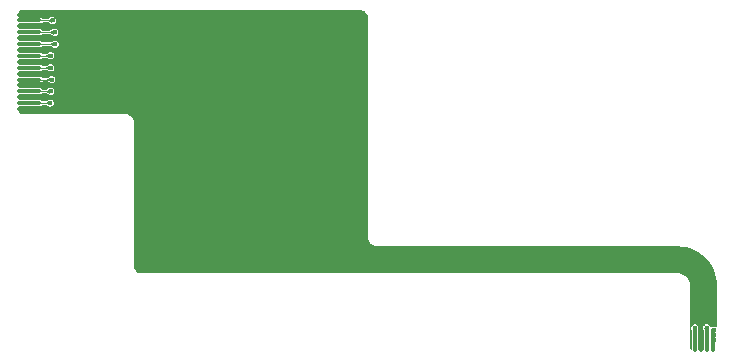
<source format=gbr>
%TF.GenerationSoftware,KiCad,Pcbnew,9.0.2*%
%TF.CreationDate,2025-05-21T10:17:49+02:00*%
%TF.ProjectId,Card_Adapter_Flex_AddOn_2Layers.kicad_pro,43617264-5f41-4646-9170-7465725f466c,0*%
%TF.SameCoordinates,Original*%
%TF.FileFunction,Copper,L2,Bot*%
%TF.FilePolarity,Positive*%
%FSLAX46Y46*%
G04 Gerber Fmt 4.6, Leading zero omitted, Abs format (unit mm)*
G04 Created by KiCad (PCBNEW 9.0.2) date 2025-05-21 10:17:49*
%MOMM*%
%LPD*%
G01*
G04 APERTURE LIST*
G04 Aperture macros list*
%AMRoundRect*
0 Rectangle with rounded corners*
0 $1 Rounding radius*
0 $2 $3 $4 $5 $6 $7 $8 $9 X,Y pos of 4 corners*
0 Add a 4 corners polygon primitive as box body*
4,1,4,$2,$3,$4,$5,$6,$7,$8,$9,$2,$3,0*
0 Add four circle primitives for the rounded corners*
1,1,$1+$1,$2,$3*
1,1,$1+$1,$4,$5*
1,1,$1+$1,$6,$7*
1,1,$1+$1,$8,$9*
0 Add four rect primitives between the rounded corners*
20,1,$1+$1,$2,$3,$4,$5,0*
20,1,$1+$1,$4,$5,$6,$7,0*
20,1,$1+$1,$6,$7,$8,$9,0*
20,1,$1+$1,$8,$9,$2,$3,0*%
G04 Aperture macros list end*
%TA.AperFunction,SMDPad,CuDef*%
%ADD10RoundRect,0.045000X-0.105000X-0.955000X0.105000X-0.955000X0.105000X0.955000X-0.105000X0.955000X0*%
%TD*%
%TA.AperFunction,SMDPad,CuDef*%
%ADD11RoundRect,0.045000X-0.955000X0.105000X-0.955000X-0.105000X0.955000X-0.105000X0.955000X0.105000X0*%
%TD*%
%TA.AperFunction,ViaPad*%
%ADD12C,0.400000*%
%TD*%
%TA.AperFunction,Conductor*%
%ADD13C,0.300000*%
%TD*%
%TA.AperFunction,Conductor*%
%ADD14C,0.200000*%
%TD*%
%TA.AperFunction,Conductor*%
%ADD15C,0.100000*%
%TD*%
G04 APERTURE END LIST*
D10*
%TO.P,J2,1,Pin_1*%
%TO.N,+3V3*%
X121950000Y-80470000D03*
%TO.P,J2,2,Pin_2*%
%TO.N,Heim_time_in*%
X121450000Y-80470000D03*
%TO.P,J2,3,Pin_3*%
%TO.N,GND*%
X120950000Y-80470000D03*
%TO.P,J2,4,Pin_4*%
%TO.N,Master_trigger_in*%
X120450000Y-80470000D03*
%TD*%
D11*
%TO.P,J1,1,Pin_1*%
%TO.N,GND*%
X64100000Y-60950000D03*
%TO.P,J1,2,Pin_2*%
%TO.N,Master_trigger_out_1*%
X64100000Y-60450000D03*
%TO.P,J1,3,Pin_3*%
%TO.N,GND*%
X64100000Y-59950000D03*
%TO.P,J1,4,Pin_4*%
%TO.N,Master_trigger_out_2*%
X64100000Y-59450000D03*
%TO.P,J1,5,Pin_5*%
%TO.N,GND*%
X64100000Y-58950000D03*
%TO.P,J1,6,Pin_6*%
%TO.N,Master_trigger_out_3*%
X64100000Y-58450000D03*
%TO.P,J1,7,Pin_7*%
%TO.N,GND*%
X64100000Y-57950000D03*
%TO.P,J1,8,Pin_8*%
%TO.N,Master_trigger_out_4*%
X64100000Y-57450000D03*
%TO.P,J1,9,Pin_9*%
%TO.N,GND*%
X64100000Y-56950000D03*
%TO.P,J1,10,Pin_10*%
%TO.N,Heim_time_out_1*%
X64100000Y-56450000D03*
%TO.P,J1,11,Pin_11*%
%TO.N,GND*%
X64100000Y-55950000D03*
%TO.P,J1,12,Pin_12*%
%TO.N,Heim_time_out_2*%
X64100000Y-55450000D03*
%TO.P,J1,13,Pin_13*%
%TO.N,GND*%
X64100000Y-54950000D03*
%TO.P,J1,14,Pin_14*%
%TO.N,Heim_time_out_3*%
X64100000Y-54450000D03*
%TO.P,J1,15,Pin_15*%
%TO.N,GND*%
X64100000Y-53950000D03*
%TO.P,J1,16,Pin_16*%
%TO.N,Heim_time_out_4*%
X64100000Y-53450000D03*
%TO.P,J1,17,Pin_17*%
%TO.N,GND*%
X64100000Y-52950000D03*
%TD*%
D12*
%TO.N,Master_trigger_in*%
X120450000Y-79460000D03*
%TO.N,GND*%
X65100000Y-54950000D03*
X88060000Y-61010000D03*
X79885000Y-70880002D03*
X81215000Y-66660000D03*
X84630000Y-60130000D03*
X90810000Y-58740000D03*
X89720002Y-58000000D03*
X82335000Y-68880000D03*
X79145000Y-71970000D03*
X65100000Y-60950000D03*
X80324750Y-67333142D03*
X89470000Y-61470000D03*
X85500000Y-56670000D03*
X65100000Y-56950000D03*
X76415000Y-70630000D03*
X80935000Y-65780000D03*
X87720000Y-55550000D03*
X65100000Y-55950000D03*
X86173142Y-57560250D03*
X65100000Y-57950000D03*
X84620000Y-56950000D03*
X65100000Y-53950000D03*
X65100000Y-52950000D03*
X65100000Y-58950000D03*
X65100000Y-59950000D03*
X76875000Y-69220000D03*
X77755000Y-65790000D03*
X86160000Y-60770000D03*
X77115000Y-67320000D03*
%TO.N,Heim_time_in*%
X121450000Y-79470000D03*
%TO.N,+3V3*%
X122090000Y-80510000D03*
X122090000Y-79670000D03*
X122090000Y-80090000D03*
%TO.N,Heim_time_out_1*%
X65910797Y-56426770D03*
%TO.N,Heim_time_out_2*%
X66280000Y-55460000D03*
%TO.N,Heim_time_out_3*%
X66250000Y-54450000D03*
%TO.N,Heim_time_out_4*%
X66070000Y-53450000D03*
%TO.N,Master_trigger_out_1*%
X65890507Y-60440768D03*
%TO.N,Master_trigger_out_2*%
X65920000Y-59450000D03*
%TO.N,Master_trigger_out_3*%
X66010000Y-58450000D03*
%TO.N,Master_trigger_out_4*%
X65913783Y-57451412D03*
%TD*%
D13*
%TO.N,GND*%
X65100000Y-59950000D02*
X64100000Y-59950000D01*
X65100000Y-55950000D02*
X64100000Y-55950000D01*
X65100000Y-58950000D02*
X64100000Y-58950000D01*
X65100000Y-56950000D02*
X64100000Y-56950000D01*
X65100000Y-54950000D02*
X64100000Y-54950000D01*
X65100000Y-57950000D02*
X64100000Y-57950000D01*
X65100000Y-60950000D02*
X64100000Y-60950000D01*
X64100000Y-53950000D02*
X65100000Y-53950000D01*
X65100000Y-52950000D02*
X64100000Y-52950000D01*
D14*
%TO.N,Heim_time_in*%
X121450000Y-80470000D02*
X121450000Y-79470000D01*
D15*
%TO.N,Heim_time_out_1*%
X65910797Y-56426770D02*
X65887567Y-56450000D01*
X65887567Y-56450000D02*
X64100000Y-56450000D01*
%TO.N,Heim_time_out_2*%
X66270000Y-55450000D02*
X64100000Y-55450000D01*
X66280000Y-55460000D02*
X66270000Y-55450000D01*
%TO.N,Heim_time_out_3*%
X66250000Y-54450000D02*
X64100000Y-54450000D01*
%TO.N,Heim_time_out_4*%
X66070000Y-53450000D02*
X64100000Y-53450000D01*
%TO.N,Master_trigger_out_1*%
X65890507Y-60440768D02*
X65881275Y-60450000D01*
X65881275Y-60450000D02*
X64100000Y-60450000D01*
%TO.N,Master_trigger_out_2*%
X65920000Y-59450000D02*
X64100000Y-59450000D01*
%TO.N,Master_trigger_out_3*%
X66010000Y-58450000D02*
X64100000Y-58450000D01*
%TO.N,Master_trigger_out_4*%
X65708588Y-57451412D02*
X65707176Y-57450000D01*
X65707176Y-57450000D02*
X64100000Y-57450000D01*
X65913783Y-57451412D02*
X65708588Y-57451412D01*
D14*
%TO.N,Master_trigger_in*%
X120450000Y-80470000D02*
X120450000Y-79460000D01*
%TD*%
%TA.AperFunction,Conductor*%
%TO.N,GND*%
G36*
X92112733Y-52550807D02*
G01*
X92249048Y-52566166D01*
X92259732Y-52568605D01*
X92386596Y-52612997D01*
X92396478Y-52617756D01*
X92510283Y-52689263D01*
X92518862Y-52696105D01*
X92613894Y-52791137D01*
X92620736Y-52799716D01*
X92692242Y-52913519D01*
X92697002Y-52923404D01*
X92741392Y-53050260D01*
X92743834Y-53060958D01*
X92759192Y-53197266D01*
X92759500Y-53202752D01*
X92759500Y-71693071D01*
X92759500Y-71720000D01*
X92759500Y-71803767D01*
X92771586Y-71864527D01*
X92792183Y-71968079D01*
X92792185Y-71968085D01*
X92856296Y-72122862D01*
X92949371Y-72262159D01*
X93067840Y-72380628D01*
X93204214Y-72471750D01*
X93207137Y-72473703D01*
X93361918Y-72537816D01*
X93526233Y-72570500D01*
X93590009Y-72570500D01*
X118973071Y-72570500D01*
X118998714Y-72570500D01*
X119001278Y-72570567D01*
X119347561Y-72588715D01*
X119352643Y-72589249D01*
X119693871Y-72643294D01*
X119698883Y-72644360D01*
X120032574Y-72733772D01*
X120037446Y-72735355D01*
X120359968Y-72859159D01*
X120364644Y-72861241D01*
X120672462Y-73018082D01*
X120676900Y-73020644D01*
X120966638Y-73208802D01*
X120970775Y-73211808D01*
X121062494Y-73286080D01*
X121239260Y-73429222D01*
X121243071Y-73432654D01*
X121487345Y-73676928D01*
X121490777Y-73680739D01*
X121708186Y-73949217D01*
X121711201Y-73953367D01*
X121899353Y-74243096D01*
X121901917Y-74247537D01*
X122058756Y-74555350D01*
X122060842Y-74560036D01*
X122184643Y-74882550D01*
X122186228Y-74887428D01*
X122275638Y-75221113D01*
X122276705Y-75226130D01*
X122330749Y-75567346D01*
X122331285Y-75572446D01*
X122349433Y-75918720D01*
X122349500Y-75921285D01*
X122349500Y-79387965D01*
X122335148Y-79422613D01*
X122300500Y-79436965D01*
X122276000Y-79430400D01*
X122274511Y-79429540D01*
X122235980Y-79407294D01*
X122205990Y-79389979D01*
X122129564Y-79369500D01*
X122129562Y-79369500D01*
X122069332Y-79369500D01*
X121830668Y-79369500D01*
X121830664Y-79369500D01*
X121783496Y-79378883D01*
X121782992Y-79376350D01*
X121754531Y-79376306D01*
X121730919Y-79355565D01*
X121690459Y-79285488D01*
X121634511Y-79229540D01*
X121565990Y-79189979D01*
X121489564Y-79169500D01*
X121489562Y-79169500D01*
X121410438Y-79169500D01*
X121410436Y-79169500D01*
X121334010Y-79189979D01*
X121334008Y-79189979D01*
X121265488Y-79229540D01*
X121265488Y-79229541D01*
X121209541Y-79285488D01*
X121209540Y-79285488D01*
X121169979Y-79354008D01*
X121169979Y-79354010D01*
X121149500Y-79430436D01*
X121149500Y-79430438D01*
X121149500Y-79509562D01*
X121152834Y-79522008D01*
X121153243Y-79523532D01*
X121154648Y-79531137D01*
X121156878Y-79552547D01*
X121193551Y-79671032D01*
X121195741Y-79677386D01*
X121196294Y-79678837D01*
X121199500Y-79696269D01*
X121199500Y-81320500D01*
X121185148Y-81355148D01*
X121150500Y-81369500D01*
X120749500Y-81369500D01*
X120714852Y-81355148D01*
X120700500Y-81320500D01*
X120700500Y-79684613D01*
X120704395Y-79665468D01*
X120706278Y-79661032D01*
X120717311Y-79635039D01*
X120719868Y-79628400D01*
X120720386Y-79626907D01*
X120722499Y-79620079D01*
X120744656Y-79538817D01*
X120745502Y-79535506D01*
X120745678Y-79534767D01*
X120745947Y-79522002D01*
X120747607Y-79510356D01*
X120750500Y-79499562D01*
X120750500Y-79420436D01*
X120738686Y-79376350D01*
X120730021Y-79344011D01*
X120730020Y-79344009D01*
X120730020Y-79344008D01*
X120690459Y-79275488D01*
X120634511Y-79219540D01*
X120565990Y-79179979D01*
X120489564Y-79159500D01*
X120489562Y-79159500D01*
X120410438Y-79159500D01*
X120410436Y-79159500D01*
X120334010Y-79179979D01*
X120334008Y-79179979D01*
X120265488Y-79219540D01*
X120265488Y-79219541D01*
X120209541Y-79275488D01*
X120209540Y-79275488D01*
X120169979Y-79344008D01*
X120169979Y-79344010D01*
X120149500Y-79420436D01*
X120149500Y-79499561D01*
X120153243Y-79513532D01*
X120154648Y-79521137D01*
X120156878Y-79542547D01*
X120193551Y-79661032D01*
X120195741Y-79667386D01*
X120196294Y-79668837D01*
X120199500Y-79686269D01*
X120199500Y-81279866D01*
X120185148Y-81314514D01*
X120150500Y-81328866D01*
X120115852Y-81314514D01*
X120094089Y-81292751D01*
X120085078Y-81280349D01*
X120084832Y-81279867D01*
X120063788Y-81238565D01*
X120059050Y-81223984D01*
X120051103Y-81173807D01*
X120050500Y-81166142D01*
X120050500Y-75828099D01*
X120050500Y-75828093D01*
X120018581Y-75647072D01*
X119955713Y-75474344D01*
X119955711Y-75474340D01*
X119955709Y-75474336D01*
X119863809Y-75315160D01*
X119863806Y-75315156D01*
X119745653Y-75174347D01*
X119604844Y-75056194D01*
X119604843Y-75056193D01*
X119604839Y-75056190D01*
X119445663Y-74964290D01*
X119445654Y-74964286D01*
X119272932Y-74901420D01*
X119272929Y-74901419D01*
X119272928Y-74901419D01*
X119091907Y-74869500D01*
X73612752Y-74869500D01*
X73607266Y-74869192D01*
X73470958Y-74853834D01*
X73460260Y-74851392D01*
X73333404Y-74807002D01*
X73323519Y-74802242D01*
X73209716Y-74730736D01*
X73201137Y-74723894D01*
X73106105Y-74628862D01*
X73099263Y-74620283D01*
X73027757Y-74506480D01*
X73022997Y-74496595D01*
X73013020Y-74468082D01*
X72978605Y-74369732D01*
X72976166Y-74359048D01*
X72960808Y-74222733D01*
X72960500Y-74217247D01*
X72960500Y-62116236D01*
X72960500Y-62116233D01*
X72927816Y-61951918D01*
X72863703Y-61797137D01*
X72862304Y-61795043D01*
X72770628Y-61657840D01*
X72652159Y-61539371D01*
X72512862Y-61446296D01*
X72358085Y-61382185D01*
X72358079Y-61382183D01*
X72291816Y-61369002D01*
X72193767Y-61349500D01*
X72193764Y-61349500D01*
X63403858Y-61349500D01*
X63396193Y-61348897D01*
X63388950Y-61347749D01*
X63346014Y-61340949D01*
X63331434Y-61336211D01*
X63289650Y-61314921D01*
X63277248Y-61305910D01*
X63244089Y-61272751D01*
X63235078Y-61260349D01*
X63213788Y-61218565D01*
X63209050Y-61203984D01*
X63201103Y-61153807D01*
X63200500Y-61146142D01*
X63200500Y-60749500D01*
X63214852Y-60714852D01*
X63249500Y-60700500D01*
X65069332Y-60700500D01*
X65111771Y-60692058D01*
X65159900Y-60659900D01*
X65185038Y-60622276D01*
X65216220Y-60601442D01*
X65225780Y-60600500D01*
X65470969Y-60600500D01*
X65477351Y-60600917D01*
X65480701Y-60601357D01*
X65497615Y-60606009D01*
X65538652Y-60608969D01*
X65540066Y-60609155D01*
X65540497Y-60609404D01*
X65545944Y-60610297D01*
X65551420Y-60611712D01*
X65560510Y-60614061D01*
X65572777Y-60619083D01*
X65583493Y-60625280D01*
X65629775Y-60652044D01*
X65631385Y-60653017D01*
X65693152Y-60691987D01*
X65701602Y-60696628D01*
X65704351Y-60698138D01*
X65706934Y-60699359D01*
X65714088Y-60702222D01*
X65718836Y-60704122D01*
X65805807Y-60732930D01*
X65811820Y-60734725D01*
X65813160Y-60735082D01*
X65824436Y-60735470D01*
X65835427Y-60737109D01*
X65850945Y-60741268D01*
X65850946Y-60741268D01*
X65930071Y-60741268D01*
X65961186Y-60732930D01*
X66006496Y-60720789D01*
X66075018Y-60681228D01*
X66130967Y-60625279D01*
X66170528Y-60556757D01*
X66191007Y-60480330D01*
X66191007Y-60401206D01*
X66191007Y-60401204D01*
X66182350Y-60368902D01*
X66170528Y-60324779D01*
X66170527Y-60324777D01*
X66170527Y-60324776D01*
X66130966Y-60256256D01*
X66075018Y-60200308D01*
X66006497Y-60160747D01*
X65930071Y-60140268D01*
X65930069Y-60140268D01*
X65850945Y-60140268D01*
X65850943Y-60140268D01*
X65774520Y-60160746D01*
X65774514Y-60160748D01*
X65736610Y-60182631D01*
X65732605Y-60184704D01*
X65707621Y-60196207D01*
X65644961Y-60241687D01*
X65642381Y-60243437D01*
X65583874Y-60280462D01*
X65569515Y-60286603D01*
X65556187Y-60289923D01*
X65547158Y-60291294D01*
X65499332Y-60294040D01*
X65482686Y-60298103D01*
X65471067Y-60299500D01*
X65225780Y-60299500D01*
X65191132Y-60285148D01*
X65185038Y-60277723D01*
X65159900Y-60240100D01*
X65159899Y-60240099D01*
X65159898Y-60240098D01*
X65111770Y-60207941D01*
X65069335Y-60199500D01*
X65069332Y-60199500D01*
X63249500Y-60199500D01*
X63214852Y-60185148D01*
X63200500Y-60150500D01*
X63200500Y-59749500D01*
X63214852Y-59714852D01*
X63249500Y-59700500D01*
X65069332Y-59700500D01*
X65111771Y-59692058D01*
X65159900Y-59659900D01*
X65185038Y-59622276D01*
X65216220Y-59601442D01*
X65225780Y-59600500D01*
X65500291Y-59600500D01*
X65506870Y-59600944D01*
X65510181Y-59601392D01*
X65526832Y-59606015D01*
X65565640Y-59608906D01*
X65567103Y-59609105D01*
X65567555Y-59609368D01*
X65573119Y-59610308D01*
X65584587Y-59613361D01*
X65597698Y-59619005D01*
X65655291Y-59654529D01*
X65657093Y-59655697D01*
X65663273Y-59659901D01*
X65718402Y-59697405D01*
X65718406Y-59697407D01*
X65718407Y-59697408D01*
X65730485Y-59704500D01*
X65733257Y-59705889D01*
X65740494Y-59708932D01*
X65746176Y-59711322D01*
X65834020Y-59741566D01*
X65834029Y-59741569D01*
X65840609Y-59743597D01*
X65842079Y-59743998D01*
X65852946Y-59744404D01*
X65863789Y-59746038D01*
X65880438Y-59750500D01*
X65880439Y-59750500D01*
X65959564Y-59750500D01*
X65992903Y-59741566D01*
X66035989Y-59730021D01*
X66104511Y-59690460D01*
X66160460Y-59634511D01*
X66200021Y-59565989D01*
X66220500Y-59489562D01*
X66220500Y-59410438D01*
X66220500Y-59410436D01*
X66211843Y-59378134D01*
X66200021Y-59334011D01*
X66200020Y-59334009D01*
X66200020Y-59334008D01*
X66171624Y-59284826D01*
X66160460Y-59265489D01*
X66104511Y-59209540D01*
X66097285Y-59205368D01*
X66035990Y-59169979D01*
X65959564Y-59149500D01*
X65959562Y-59149500D01*
X65880438Y-59149500D01*
X65880433Y-59149500D01*
X65869172Y-59152517D01*
X65860020Y-59154059D01*
X65840950Y-59155434D01*
X65840938Y-59155436D01*
X65793295Y-59168537D01*
X65785257Y-59171096D01*
X65783543Y-59171717D01*
X65775683Y-59174931D01*
X65731308Y-59195194D01*
X65723037Y-59199421D01*
X65721272Y-59200424D01*
X65713396Y-59205368D01*
X65655992Y-59245026D01*
X65654486Y-59246026D01*
X65602556Y-59279140D01*
X65590065Y-59284826D01*
X65576498Y-59288825D01*
X65566625Y-59290662D01*
X65526023Y-59293971D01*
X65511151Y-59297886D01*
X65498679Y-59299500D01*
X65225780Y-59299500D01*
X65191132Y-59285148D01*
X65185038Y-59277723D01*
X65176863Y-59265488D01*
X65159900Y-59240100D01*
X65159899Y-59240099D01*
X65159898Y-59240098D01*
X65111770Y-59207941D01*
X65069335Y-59199500D01*
X65069332Y-59199500D01*
X63249500Y-59199500D01*
X63214852Y-59185148D01*
X63200500Y-59150500D01*
X63200500Y-58749500D01*
X63214852Y-58714852D01*
X63249500Y-58700500D01*
X65069332Y-58700500D01*
X65111771Y-58692058D01*
X65159900Y-58659900D01*
X65185038Y-58622276D01*
X65216220Y-58601442D01*
X65225780Y-58600500D01*
X65590291Y-58600500D01*
X65596870Y-58600944D01*
X65600181Y-58601392D01*
X65616832Y-58606015D01*
X65655640Y-58608906D01*
X65657103Y-58609105D01*
X65657555Y-58609368D01*
X65663119Y-58610308D01*
X65674587Y-58613361D01*
X65687698Y-58619005D01*
X65745291Y-58654529D01*
X65747093Y-58655697D01*
X65753273Y-58659901D01*
X65808402Y-58697405D01*
X65808406Y-58697407D01*
X65808407Y-58697408D01*
X65820485Y-58704500D01*
X65823257Y-58705889D01*
X65830494Y-58708932D01*
X65836176Y-58711322D01*
X65924020Y-58741566D01*
X65924029Y-58741569D01*
X65930609Y-58743597D01*
X65932079Y-58743998D01*
X65942946Y-58744404D01*
X65953789Y-58746038D01*
X65970438Y-58750500D01*
X65970439Y-58750500D01*
X66049564Y-58750500D01*
X66082903Y-58741566D01*
X66125989Y-58730021D01*
X66194511Y-58690460D01*
X66250460Y-58634511D01*
X66290021Y-58565989D01*
X66310500Y-58489562D01*
X66310500Y-58410438D01*
X66310500Y-58410436D01*
X66301843Y-58378134D01*
X66290021Y-58334011D01*
X66290020Y-58334009D01*
X66290020Y-58334008D01*
X66261624Y-58284826D01*
X66250460Y-58265489D01*
X66194511Y-58209540D01*
X66187285Y-58205368D01*
X66125990Y-58169979D01*
X66049564Y-58149500D01*
X66049562Y-58149500D01*
X65970438Y-58149500D01*
X65970433Y-58149500D01*
X65959172Y-58152517D01*
X65950020Y-58154059D01*
X65930950Y-58155434D01*
X65930938Y-58155436D01*
X65883295Y-58168537D01*
X65875257Y-58171096D01*
X65873543Y-58171717D01*
X65865683Y-58174931D01*
X65821308Y-58195194D01*
X65813037Y-58199421D01*
X65811272Y-58200424D01*
X65803396Y-58205368D01*
X65745992Y-58245026D01*
X65744486Y-58246026D01*
X65692556Y-58279140D01*
X65680065Y-58284826D01*
X65666498Y-58288825D01*
X65656625Y-58290662D01*
X65616023Y-58293971D01*
X65601151Y-58297886D01*
X65588679Y-58299500D01*
X65225780Y-58299500D01*
X65191132Y-58285148D01*
X65185038Y-58277723D01*
X65176863Y-58265488D01*
X65159900Y-58240100D01*
X65159899Y-58240099D01*
X65159898Y-58240098D01*
X65111770Y-58207941D01*
X65069335Y-58199500D01*
X65069332Y-58199500D01*
X63249500Y-58199500D01*
X63214852Y-58185148D01*
X63200500Y-58150500D01*
X63200500Y-57749500D01*
X63214852Y-57714852D01*
X63249500Y-57700500D01*
X65069332Y-57700500D01*
X65111771Y-57692058D01*
X65159900Y-57659900D01*
X65185038Y-57622276D01*
X65216220Y-57601442D01*
X65225780Y-57600500D01*
X65492655Y-57600500D01*
X65499236Y-57600944D01*
X65502548Y-57601393D01*
X65519199Y-57606015D01*
X65557990Y-57608907D01*
X65559443Y-57609104D01*
X65559897Y-57609368D01*
X65565463Y-57610308D01*
X65576803Y-57613328D01*
X65590006Y-57619029D01*
X65648049Y-57655006D01*
X65649918Y-57656224D01*
X65711403Y-57698326D01*
X65711418Y-57698336D01*
X65711430Y-57698343D01*
X65723565Y-57705510D01*
X65723568Y-57705511D01*
X65723574Y-57705515D01*
X65726364Y-57706920D01*
X65739365Y-57712410D01*
X65827699Y-57742927D01*
X65834320Y-57744974D01*
X65835801Y-57745379D01*
X65846630Y-57745787D01*
X65857464Y-57747421D01*
X65874221Y-57751912D01*
X65874222Y-57751912D01*
X65953347Y-57751912D01*
X65980013Y-57744766D01*
X66029772Y-57731433D01*
X66098294Y-57691872D01*
X66154243Y-57635923D01*
X66193804Y-57567401D01*
X66214283Y-57490974D01*
X66214283Y-57411850D01*
X66214283Y-57411848D01*
X66205626Y-57379546D01*
X66193804Y-57335423D01*
X66193803Y-57335421D01*
X66193803Y-57335420D01*
X66154242Y-57266900D01*
X66098294Y-57210952D01*
X66029773Y-57171391D01*
X65953347Y-57150912D01*
X65953345Y-57150912D01*
X65874221Y-57150912D01*
X65874220Y-57150912D01*
X65863020Y-57153913D01*
X65853832Y-57155457D01*
X65834816Y-57156815D01*
X65834802Y-57156818D01*
X65786600Y-57170036D01*
X65778640Y-57172561D01*
X65776920Y-57173182D01*
X65769176Y-57176333D01*
X65769161Y-57176340D01*
X65724399Y-57196657D01*
X65724391Y-57196660D01*
X65724391Y-57196661D01*
X65716330Y-57200744D01*
X65714612Y-57201709D01*
X65706852Y-57206520D01*
X65649948Y-57245295D01*
X65648391Y-57246313D01*
X65595936Y-57279212D01*
X65583563Y-57284758D01*
X65569334Y-57288889D01*
X65559596Y-57290675D01*
X65518529Y-57293973D01*
X65503571Y-57297897D01*
X65491141Y-57299500D01*
X65225780Y-57299500D01*
X65191132Y-57285148D01*
X65185038Y-57277723D01*
X65177807Y-57266901D01*
X65159900Y-57240100D01*
X65159899Y-57240099D01*
X65159898Y-57240098D01*
X65111770Y-57207941D01*
X65069335Y-57199500D01*
X65069332Y-57199500D01*
X63249500Y-57199500D01*
X63214852Y-57185148D01*
X63200500Y-57150500D01*
X63200500Y-56749500D01*
X63214852Y-56714852D01*
X63249500Y-56700500D01*
X65069332Y-56700500D01*
X65111771Y-56692058D01*
X65159900Y-56659900D01*
X65185038Y-56622276D01*
X65216220Y-56601442D01*
X65225780Y-56600500D01*
X65491541Y-56600500D01*
X65497593Y-56600875D01*
X65501020Y-56601301D01*
X65518367Y-56605999D01*
X65563461Y-56609073D01*
X65564805Y-56609241D01*
X65565196Y-56609463D01*
X65570444Y-56610281D01*
X65590128Y-56615117D01*
X65601045Y-56619229D01*
X65656686Y-56648165D01*
X65657951Y-56648847D01*
X65708380Y-56676981D01*
X65720358Y-56683664D01*
X65730154Y-56688482D01*
X65730165Y-56688486D01*
X65730185Y-56688496D01*
X65732337Y-56689419D01*
X65732377Y-56689436D01*
X65732399Y-56689444D01*
X65742600Y-56693210D01*
X65742610Y-56693213D01*
X65742629Y-56693220D01*
X65828070Y-56719814D01*
X65828095Y-56719821D01*
X65833107Y-56721246D01*
X65833119Y-56721249D01*
X65834257Y-56721542D01*
X65846156Y-56721901D01*
X65857345Y-56723548D01*
X65871235Y-56727270D01*
X65871237Y-56727270D01*
X65950361Y-56727270D01*
X65978158Y-56719821D01*
X66026786Y-56706791D01*
X66095308Y-56667230D01*
X66151257Y-56611281D01*
X66190818Y-56542759D01*
X66211297Y-56466332D01*
X66211297Y-56387208D01*
X66211297Y-56387206D01*
X66202640Y-56354904D01*
X66190818Y-56310781D01*
X66190817Y-56310779D01*
X66190817Y-56310778D01*
X66151793Y-56243188D01*
X66151257Y-56242259D01*
X66095308Y-56186310D01*
X66093295Y-56185148D01*
X66026787Y-56146749D01*
X65950361Y-56126270D01*
X65950359Y-56126270D01*
X65871235Y-56126270D01*
X65871233Y-56126270D01*
X65794810Y-56146748D01*
X65794808Y-56146749D01*
X65755010Y-56169725D01*
X65752197Y-56171229D01*
X65725565Y-56184372D01*
X65725561Y-56184375D01*
X65649914Y-56242456D01*
X65647960Y-56243880D01*
X65595827Y-56279928D01*
X65581116Y-56286824D01*
X65571883Y-56289397D01*
X65562008Y-56291086D01*
X65518506Y-56294003D01*
X65518500Y-56294003D01*
X65518499Y-56294004D01*
X65518497Y-56294004D01*
X65518494Y-56294005D01*
X65510475Y-56296023D01*
X65502557Y-56298017D01*
X65490596Y-56299500D01*
X65225780Y-56299500D01*
X65191132Y-56285148D01*
X65185038Y-56277723D01*
X65161474Y-56242456D01*
X65159900Y-56240100D01*
X65159899Y-56240099D01*
X65159898Y-56240098D01*
X65111770Y-56207941D01*
X65069335Y-56199500D01*
X65069332Y-56199500D01*
X63249500Y-56199500D01*
X63214852Y-56185148D01*
X63200500Y-56150500D01*
X63200500Y-55749500D01*
X63214852Y-55714852D01*
X63249500Y-55700500D01*
X65069332Y-55700500D01*
X65111771Y-55692058D01*
X65159900Y-55659900D01*
X65185038Y-55622276D01*
X65216220Y-55601442D01*
X65225780Y-55600500D01*
X65861018Y-55600500D01*
X65866653Y-55600825D01*
X65870199Y-55601235D01*
X65888012Y-55605987D01*
X65940349Y-55609356D01*
X65941580Y-55609499D01*
X65942118Y-55609798D01*
X65949405Y-55611059D01*
X65964669Y-55615422D01*
X65978162Y-55621621D01*
X66012891Y-55644512D01*
X66030575Y-55656168D01*
X66032446Y-55657465D01*
X66097006Y-55704462D01*
X66098609Y-55705605D01*
X66098952Y-55705845D01*
X66098960Y-55705850D01*
X66119157Y-55714519D01*
X66124330Y-55717111D01*
X66164008Y-55740020D01*
X66164010Y-55740020D01*
X66164011Y-55740021D01*
X66189486Y-55746847D01*
X66240436Y-55760500D01*
X66240438Y-55760500D01*
X66319564Y-55760500D01*
X66346230Y-55753354D01*
X66395989Y-55740021D01*
X66464511Y-55700460D01*
X66520460Y-55644511D01*
X66560021Y-55575989D01*
X66580500Y-55499562D01*
X66580500Y-55420438D01*
X66580500Y-55420436D01*
X66571843Y-55388134D01*
X66560021Y-55344011D01*
X66560020Y-55344009D01*
X66560020Y-55344008D01*
X66527815Y-55288229D01*
X66520460Y-55275489D01*
X66464511Y-55219540D01*
X66447459Y-55209695D01*
X66395990Y-55179979D01*
X66319564Y-55159500D01*
X66319562Y-55159500D01*
X66240438Y-55159500D01*
X66240437Y-55159500D01*
X66229407Y-55162455D01*
X66220113Y-55164007D01*
X66201260Y-55165312D01*
X66151399Y-55178871D01*
X66143703Y-55181283D01*
X66142042Y-55181874D01*
X66134514Y-55184885D01*
X66088716Y-55205265D01*
X66081430Y-55208850D01*
X66079857Y-55209700D01*
X66072867Y-55213835D01*
X66020387Y-55247675D01*
X66018586Y-55248782D01*
X65965393Y-55279918D01*
X65953510Y-55284910D01*
X65937544Y-55289256D01*
X65928364Y-55290837D01*
X65886716Y-55293982D01*
X65876460Y-55296633D01*
X65871399Y-55297941D01*
X65859139Y-55299500D01*
X65225780Y-55299500D01*
X65191132Y-55285148D01*
X65185038Y-55277723D01*
X65159900Y-55240100D01*
X65159899Y-55240099D01*
X65159898Y-55240098D01*
X65111770Y-55207941D01*
X65069335Y-55199500D01*
X65069332Y-55199500D01*
X63249500Y-55199500D01*
X63214852Y-55185148D01*
X63200500Y-55150500D01*
X63200500Y-54749500D01*
X63214852Y-54714852D01*
X63249500Y-54700500D01*
X65069332Y-54700500D01*
X65111771Y-54692058D01*
X65159900Y-54659900D01*
X65185038Y-54622276D01*
X65216220Y-54601442D01*
X65225780Y-54600500D01*
X65830291Y-54600500D01*
X65836870Y-54600944D01*
X65840181Y-54601392D01*
X65856832Y-54606015D01*
X65895640Y-54608906D01*
X65897103Y-54609105D01*
X65897555Y-54609368D01*
X65903119Y-54610308D01*
X65914587Y-54613361D01*
X65927698Y-54619005D01*
X65985291Y-54654529D01*
X65987093Y-54655697D01*
X65993273Y-54659901D01*
X66048402Y-54697405D01*
X66048406Y-54697407D01*
X66048407Y-54697408D01*
X66060485Y-54704500D01*
X66063257Y-54705889D01*
X66070494Y-54708932D01*
X66076176Y-54711322D01*
X66164020Y-54741566D01*
X66164029Y-54741569D01*
X66170609Y-54743597D01*
X66172079Y-54743998D01*
X66182946Y-54744404D01*
X66193789Y-54746038D01*
X66210438Y-54750500D01*
X66210439Y-54750500D01*
X66289564Y-54750500D01*
X66322903Y-54741566D01*
X66365989Y-54730021D01*
X66434511Y-54690460D01*
X66490460Y-54634511D01*
X66530021Y-54565989D01*
X66550500Y-54489562D01*
X66550500Y-54410438D01*
X66550500Y-54410436D01*
X66541843Y-54378134D01*
X66530021Y-54334011D01*
X66530020Y-54334009D01*
X66530020Y-54334008D01*
X66501624Y-54284826D01*
X66490460Y-54265489D01*
X66434511Y-54209540D01*
X66427285Y-54205368D01*
X66365990Y-54169979D01*
X66289564Y-54149500D01*
X66289562Y-54149500D01*
X66210438Y-54149500D01*
X66210433Y-54149500D01*
X66199172Y-54152517D01*
X66190020Y-54154059D01*
X66170950Y-54155434D01*
X66170938Y-54155436D01*
X66123295Y-54168537D01*
X66115257Y-54171096D01*
X66113543Y-54171717D01*
X66105683Y-54174931D01*
X66061308Y-54195194D01*
X66053037Y-54199421D01*
X66051272Y-54200424D01*
X66043396Y-54205368D01*
X65985992Y-54245026D01*
X65984486Y-54246026D01*
X65932556Y-54279140D01*
X65920065Y-54284826D01*
X65906498Y-54288825D01*
X65896625Y-54290662D01*
X65856023Y-54293971D01*
X65841151Y-54297886D01*
X65828679Y-54299500D01*
X65225780Y-54299500D01*
X65191132Y-54285148D01*
X65185038Y-54277723D01*
X65176863Y-54265488D01*
X65159900Y-54240100D01*
X65159899Y-54240099D01*
X65159898Y-54240098D01*
X65111770Y-54207941D01*
X65069335Y-54199500D01*
X65069332Y-54199500D01*
X63249500Y-54199500D01*
X63214852Y-54185148D01*
X63200500Y-54150500D01*
X63200500Y-53749500D01*
X63214852Y-53714852D01*
X63249500Y-53700500D01*
X65069332Y-53700500D01*
X65111771Y-53692058D01*
X65159900Y-53659900D01*
X65185038Y-53622276D01*
X65216220Y-53601442D01*
X65225780Y-53600500D01*
X65650291Y-53600500D01*
X65656870Y-53600944D01*
X65660181Y-53601392D01*
X65676832Y-53606015D01*
X65715640Y-53608906D01*
X65717103Y-53609105D01*
X65717555Y-53609368D01*
X65723119Y-53610308D01*
X65734587Y-53613361D01*
X65747698Y-53619005D01*
X65805291Y-53654529D01*
X65807093Y-53655697D01*
X65813273Y-53659901D01*
X65868402Y-53697405D01*
X65868406Y-53697407D01*
X65868407Y-53697408D01*
X65880485Y-53704500D01*
X65883257Y-53705889D01*
X65890494Y-53708932D01*
X65896176Y-53711322D01*
X65984020Y-53741566D01*
X65984029Y-53741569D01*
X65990609Y-53743597D01*
X65992079Y-53743998D01*
X66002946Y-53744404D01*
X66013789Y-53746038D01*
X66030438Y-53750500D01*
X66030439Y-53750500D01*
X66109564Y-53750500D01*
X66142903Y-53741566D01*
X66185989Y-53730021D01*
X66254511Y-53690460D01*
X66310460Y-53634511D01*
X66350021Y-53565989D01*
X66370500Y-53489562D01*
X66370500Y-53410438D01*
X66370500Y-53410436D01*
X66361843Y-53378134D01*
X66350021Y-53334011D01*
X66350020Y-53334009D01*
X66350020Y-53334008D01*
X66321624Y-53284826D01*
X66310460Y-53265489D01*
X66254511Y-53209540D01*
X66247285Y-53205368D01*
X66185990Y-53169979D01*
X66109564Y-53149500D01*
X66109562Y-53149500D01*
X66030438Y-53149500D01*
X66030433Y-53149500D01*
X66019172Y-53152517D01*
X66010020Y-53154059D01*
X65990950Y-53155434D01*
X65990938Y-53155436D01*
X65943295Y-53168537D01*
X65935257Y-53171096D01*
X65933543Y-53171717D01*
X65925683Y-53174931D01*
X65881308Y-53195194D01*
X65873037Y-53199421D01*
X65871272Y-53200424D01*
X65863396Y-53205368D01*
X65805992Y-53245026D01*
X65804486Y-53246026D01*
X65752556Y-53279140D01*
X65740065Y-53284826D01*
X65726498Y-53288825D01*
X65716625Y-53290662D01*
X65676023Y-53293971D01*
X65661151Y-53297886D01*
X65648679Y-53299500D01*
X65225780Y-53299500D01*
X65191132Y-53285148D01*
X65185038Y-53277723D01*
X65176863Y-53265488D01*
X65159900Y-53240100D01*
X65159899Y-53240099D01*
X65159898Y-53240098D01*
X65111770Y-53207941D01*
X65069335Y-53199500D01*
X65069332Y-53199500D01*
X63249500Y-53199500D01*
X63214852Y-53185148D01*
X63200500Y-53150500D01*
X63200500Y-52753857D01*
X63201103Y-52746192D01*
X63209050Y-52696015D01*
X63213788Y-52681434D01*
X63225811Y-52657838D01*
X63235080Y-52639647D01*
X63244086Y-52627251D01*
X63277251Y-52594086D01*
X63289647Y-52585080D01*
X63331436Y-52563787D01*
X63346013Y-52559050D01*
X63396193Y-52551103D01*
X63403858Y-52550500D01*
X63426929Y-52550500D01*
X65080009Y-52550500D01*
X92083071Y-52550500D01*
X92107248Y-52550500D01*
X92112733Y-52550807D01*
G37*
%TD.AperFunction*%
%TD*%
%TA.AperFunction,Conductor*%
%TO.N,GND*%
G36*
X65101000Y-59950000D02*
G01*
X65060982Y-60146157D01*
X64966535Y-60126403D01*
X64965321Y-60126140D01*
X64853307Y-60105768D01*
X64703843Y-60100000D01*
X64703843Y-59800000D01*
X64853797Y-59794177D01*
X64966529Y-59773598D01*
X65060982Y-59753843D01*
X65101000Y-59950000D01*
G37*
%TD.AperFunction*%
%TD*%
%TA.AperFunction,Conductor*%
%TO.N,GND*%
G36*
X65101000Y-55950000D02*
G01*
X65060982Y-56146157D01*
X64966535Y-56126403D01*
X64965321Y-56126140D01*
X64853307Y-56105768D01*
X64703843Y-56100000D01*
X64703843Y-55800000D01*
X64853797Y-55794177D01*
X64966529Y-55773598D01*
X65060982Y-55753843D01*
X65101000Y-55950000D01*
G37*
%TD.AperFunction*%
%TD*%
%TA.AperFunction,Conductor*%
%TO.N,GND*%
G36*
X65101000Y-58950000D02*
G01*
X65060982Y-59146157D01*
X64966535Y-59126403D01*
X64965321Y-59126140D01*
X64853307Y-59105768D01*
X64703843Y-59100000D01*
X64703843Y-58800000D01*
X64853797Y-58794177D01*
X64966529Y-58773598D01*
X65060982Y-58753843D01*
X65101000Y-58950000D01*
G37*
%TD.AperFunction*%
%TD*%
%TA.AperFunction,Conductor*%
%TO.N,GND*%
G36*
X65101000Y-56950000D02*
G01*
X65060982Y-57146157D01*
X64966535Y-57126403D01*
X64965321Y-57126140D01*
X64853307Y-57105768D01*
X64703843Y-57100000D01*
X64703843Y-56800000D01*
X64853797Y-56794177D01*
X64966529Y-56773598D01*
X65060982Y-56753843D01*
X65101000Y-56950000D01*
G37*
%TD.AperFunction*%
%TD*%
%TA.AperFunction,Conductor*%
%TO.N,GND*%
G36*
X65101000Y-54950000D02*
G01*
X65060982Y-55146157D01*
X64966535Y-55126403D01*
X64965321Y-55126140D01*
X64853307Y-55105768D01*
X64703843Y-55100000D01*
X64703843Y-54800000D01*
X64853797Y-54794177D01*
X64966529Y-54773598D01*
X65060982Y-54753843D01*
X65101000Y-54950000D01*
G37*
%TD.AperFunction*%
%TD*%
%TA.AperFunction,Conductor*%
%TO.N,GND*%
G36*
X65101000Y-57950000D02*
G01*
X65060982Y-58146157D01*
X64966535Y-58126403D01*
X64965321Y-58126140D01*
X64853307Y-58105768D01*
X64703843Y-58100000D01*
X64703843Y-57800000D01*
X64853797Y-57794177D01*
X64966529Y-57773598D01*
X65060982Y-57753843D01*
X65101000Y-57950000D01*
G37*
%TD.AperFunction*%
%TD*%
%TA.AperFunction,Conductor*%
%TO.N,GND*%
G36*
X65101000Y-60950000D02*
G01*
X65060982Y-61146157D01*
X64966535Y-61126403D01*
X64965321Y-61126140D01*
X64853307Y-61105768D01*
X64703843Y-61100000D01*
X64703843Y-60800000D01*
X64853797Y-60794177D01*
X64966529Y-60773598D01*
X65060982Y-60753843D01*
X65101000Y-60950000D01*
G37*
%TD.AperFunction*%
%TD*%
%TA.AperFunction,Conductor*%
%TO.N,GND*%
G36*
X65101000Y-53950000D02*
G01*
X65060982Y-54146157D01*
X64966535Y-54126403D01*
X64965321Y-54126140D01*
X64853307Y-54105768D01*
X64703843Y-54100000D01*
X64703843Y-53800000D01*
X64853797Y-53794177D01*
X64966529Y-53773598D01*
X65060982Y-53753843D01*
X65101000Y-53950000D01*
G37*
%TD.AperFunction*%
%TD*%
%TA.AperFunction,Conductor*%
%TO.N,GND*%
G36*
X65101000Y-52950000D02*
G01*
X65060982Y-53146157D01*
X64966535Y-53126403D01*
X64965321Y-53126140D01*
X64853307Y-53105768D01*
X64703843Y-53100000D01*
X64703843Y-52800000D01*
X64853797Y-52794177D01*
X64966529Y-52773598D01*
X65060982Y-52753843D01*
X65101000Y-52950000D01*
G37*
%TD.AperFunction*%
%TD*%
%TA.AperFunction,Conductor*%
%TO.N,Heim_time_in*%
G36*
X121633923Y-79506522D02*
G01*
X121641344Y-79511534D01*
X121643048Y-79520325D01*
X121642872Y-79521064D01*
X121620715Y-79602326D01*
X121620197Y-79603819D01*
X121593216Y-79667386D01*
X121566891Y-79731744D01*
X121554612Y-79788127D01*
X121550651Y-79855147D01*
X121546742Y-79863204D01*
X121538971Y-79866157D01*
X121360521Y-79866157D01*
X121352248Y-79862730D01*
X121348887Y-79855695D01*
X121337233Y-79746151D01*
X121306792Y-79667409D01*
X121306790Y-79667404D01*
X121294864Y-79641230D01*
X121294334Y-79639838D01*
X121257662Y-79521356D01*
X121258490Y-79512442D01*
X121265380Y-79506722D01*
X121266483Y-79506439D01*
X121447662Y-79469477D01*
X121452338Y-79469477D01*
X121633923Y-79506522D01*
G37*
%TD.AperFunction*%
%TD*%
%TA.AperFunction,Conductor*%
%TO.N,Heim_time_out_1*%
G36*
X65806218Y-56270208D02*
G01*
X65806639Y-56270793D01*
X65909052Y-56422699D01*
X65910836Y-56431474D01*
X65910815Y-56431578D01*
X65874365Y-56610249D01*
X65869353Y-56617670D01*
X65860562Y-56619374D01*
X65859424Y-56619081D01*
X65773983Y-56592487D01*
X65771760Y-56591533D01*
X65707389Y-56555619D01*
X65633290Y-56517085D01*
X65633288Y-56517084D01*
X65582625Y-56504636D01*
X65582619Y-56504635D01*
X65525544Y-56500743D01*
X65517523Y-56496761D01*
X65514640Y-56489070D01*
X65514640Y-56410942D01*
X65518067Y-56402669D01*
X65525556Y-56399268D01*
X65584910Y-56395289D01*
X65634466Y-56381476D01*
X65634466Y-56381475D01*
X65634468Y-56381475D01*
X65711131Y-56328465D01*
X65711137Y-56328461D01*
X65724942Y-56317861D01*
X65789815Y-56268052D01*
X65798462Y-56265733D01*
X65806218Y-56270208D01*
G37*
%TD.AperFunction*%
%TD*%
%TA.AperFunction,Conductor*%
%TO.N,Heim_time_out_2*%
G36*
X66237823Y-55268252D02*
G01*
X66243301Y-55275336D01*
X66243475Y-55276067D01*
X66280018Y-55455191D01*
X66278314Y-55463982D01*
X66278255Y-55464070D01*
X66175666Y-55616236D01*
X66168200Y-55621181D01*
X66159425Y-55619397D01*
X66159079Y-55619155D01*
X66091626Y-55570053D01*
X66091624Y-55570051D01*
X66016442Y-55520497D01*
X65962444Y-55505061D01*
X65962446Y-55505061D01*
X65894791Y-55500705D01*
X65886755Y-55496753D01*
X65883843Y-55489029D01*
X65883843Y-55410850D01*
X65887270Y-55402577D01*
X65894661Y-55399183D01*
X65951017Y-55394928D01*
X66000999Y-55381323D01*
X66074736Y-55338163D01*
X66130040Y-55302501D01*
X66131603Y-55301656D01*
X66177422Y-55281266D01*
X66179090Y-55280672D01*
X66228943Y-55267116D01*
X66237823Y-55268252D01*
G37*
%TD.AperFunction*%
%TD*%
%TA.AperFunction,Conductor*%
%TO.N,Heim_time_out_3*%
G36*
X66207803Y-54258271D02*
G01*
X66213300Y-54265339D01*
X66213483Y-54266102D01*
X66250522Y-54447661D01*
X66250522Y-54452339D01*
X66213647Y-54633092D01*
X66208635Y-54640513D01*
X66199844Y-54642217D01*
X66198374Y-54641816D01*
X66110520Y-54611568D01*
X66107748Y-54610179D01*
X66043610Y-54566547D01*
X65963721Y-54517269D01*
X65963715Y-54517266D01*
X65916361Y-54504660D01*
X65916358Y-54504659D01*
X65864673Y-54500807D01*
X65856678Y-54496774D01*
X65853843Y-54489139D01*
X65853843Y-54410784D01*
X65857270Y-54402511D01*
X65864591Y-54399123D01*
X65921060Y-54394521D01*
X65970856Y-54379844D01*
X66043617Y-54333447D01*
X66103375Y-54292161D01*
X66105139Y-54291159D01*
X66149504Y-54270900D01*
X66151249Y-54270267D01*
X66198918Y-54257160D01*
X66207803Y-54258271D01*
G37*
%TD.AperFunction*%
%TD*%
%TA.AperFunction,Conductor*%
%TO.N,Heim_time_out_4*%
G36*
X66027803Y-53258271D02*
G01*
X66033300Y-53265339D01*
X66033483Y-53266102D01*
X66070522Y-53447661D01*
X66070522Y-53452339D01*
X66033647Y-53633092D01*
X66028635Y-53640513D01*
X66019844Y-53642217D01*
X66018374Y-53641816D01*
X65930520Y-53611568D01*
X65927748Y-53610179D01*
X65863610Y-53566547D01*
X65783721Y-53517269D01*
X65783715Y-53517266D01*
X65736361Y-53504660D01*
X65736358Y-53504659D01*
X65684673Y-53500807D01*
X65676678Y-53496774D01*
X65673843Y-53489139D01*
X65673843Y-53410784D01*
X65677270Y-53402511D01*
X65684591Y-53399123D01*
X65741060Y-53394521D01*
X65790856Y-53379844D01*
X65863617Y-53333447D01*
X65923375Y-53292161D01*
X65925139Y-53291159D01*
X65969504Y-53270900D01*
X65971249Y-53270267D01*
X66018918Y-53257160D01*
X66027803Y-53258271D01*
G37*
%TD.AperFunction*%
%TD*%
%TA.AperFunction,Conductor*%
%TO.N,Master_trigger_out_1*%
G36*
X65785932Y-60284184D02*
G01*
X65786164Y-60284517D01*
X65888762Y-60436697D01*
X65890546Y-60445472D01*
X65890525Y-60445576D01*
X65854123Y-60624013D01*
X65849111Y-60631434D01*
X65840320Y-60633138D01*
X65838980Y-60632781D01*
X65752009Y-60603973D01*
X65749445Y-60602761D01*
X65685145Y-60562194D01*
X65607336Y-60517198D01*
X65607335Y-60517197D01*
X65607334Y-60517197D01*
X65558788Y-60504650D01*
X65558787Y-60504649D01*
X65558784Y-60504649D01*
X65505208Y-60500783D01*
X65497203Y-60496769D01*
X65494350Y-60489113D01*
X65494350Y-60411047D01*
X65497777Y-60402774D01*
X65505377Y-60399367D01*
X65567648Y-60395793D01*
X65619218Y-60382947D01*
X65702933Y-60329970D01*
X65769592Y-60281587D01*
X65778299Y-60279502D01*
X65785932Y-60284184D01*
G37*
%TD.AperFunction*%
%TD*%
%TA.AperFunction,Conductor*%
%TO.N,Master_trigger_out_2*%
G36*
X65877803Y-59258271D02*
G01*
X65883300Y-59265339D01*
X65883483Y-59266102D01*
X65920522Y-59447661D01*
X65920522Y-59452339D01*
X65883647Y-59633092D01*
X65878635Y-59640513D01*
X65869844Y-59642217D01*
X65868374Y-59641816D01*
X65780520Y-59611568D01*
X65777748Y-59610179D01*
X65713610Y-59566547D01*
X65633721Y-59517269D01*
X65633715Y-59517266D01*
X65586361Y-59504660D01*
X65586358Y-59504659D01*
X65534673Y-59500807D01*
X65526678Y-59496774D01*
X65523843Y-59489139D01*
X65523843Y-59410784D01*
X65527270Y-59402511D01*
X65534591Y-59399123D01*
X65591060Y-59394521D01*
X65640856Y-59379844D01*
X65713617Y-59333447D01*
X65773375Y-59292161D01*
X65775139Y-59291159D01*
X65819504Y-59270900D01*
X65821249Y-59270267D01*
X65868918Y-59257160D01*
X65877803Y-59258271D01*
G37*
%TD.AperFunction*%
%TD*%
%TA.AperFunction,Conductor*%
%TO.N,Master_trigger_out_3*%
G36*
X65967803Y-58258271D02*
G01*
X65973300Y-58265339D01*
X65973483Y-58266102D01*
X66010522Y-58447661D01*
X66010522Y-58452339D01*
X65973647Y-58633092D01*
X65968635Y-58640513D01*
X65959844Y-58642217D01*
X65958374Y-58641816D01*
X65870520Y-58611568D01*
X65867748Y-58610179D01*
X65803610Y-58566547D01*
X65723721Y-58517269D01*
X65723715Y-58517266D01*
X65676361Y-58504660D01*
X65676358Y-58504659D01*
X65624673Y-58500807D01*
X65616678Y-58496774D01*
X65613843Y-58489139D01*
X65613843Y-58410784D01*
X65617270Y-58402511D01*
X65624591Y-58399123D01*
X65681060Y-58394521D01*
X65730856Y-58379844D01*
X65803617Y-58333447D01*
X65863375Y-58292161D01*
X65865139Y-58291159D01*
X65909504Y-58270900D01*
X65911249Y-58270267D01*
X65958918Y-58257160D01*
X65967803Y-58258271D01*
G37*
%TD.AperFunction*%
%TD*%
%TA.AperFunction,Conductor*%
%TO.N,Master_trigger_out_4*%
G36*
X65871590Y-57259677D02*
G01*
X65877083Y-57266750D01*
X65877264Y-57267505D01*
X65914305Y-57449073D01*
X65914305Y-57453751D01*
X65877433Y-57634490D01*
X65872421Y-57641911D01*
X65863630Y-57643615D01*
X65862149Y-57643210D01*
X65773815Y-57612693D01*
X65771025Y-57611288D01*
X65706665Y-57567217D01*
X65706664Y-57567216D01*
X65706661Y-57567214D01*
X65706655Y-57567210D01*
X65626101Y-57517280D01*
X65626098Y-57517279D01*
X65578708Y-57504660D01*
X65578713Y-57504660D01*
X65527044Y-57500807D01*
X65519048Y-57496774D01*
X65516214Y-57489139D01*
X65516214Y-57410797D01*
X65519641Y-57402524D01*
X65526975Y-57399135D01*
X65583680Y-57394581D01*
X65633707Y-57380058D01*
X65706946Y-57334123D01*
X65766271Y-57293697D01*
X65768003Y-57292724D01*
X65812765Y-57272407D01*
X65814495Y-57271782D01*
X65862708Y-57258561D01*
X65871590Y-57259677D01*
G37*
%TD.AperFunction*%
%TD*%
%TA.AperFunction,Conductor*%
%TO.N,Master_trigger_in*%
G36*
X120633923Y-79496522D02*
G01*
X120641344Y-79501534D01*
X120643048Y-79510325D01*
X120642872Y-79511064D01*
X120620715Y-79592326D01*
X120620197Y-79593819D01*
X120593216Y-79657386D01*
X120566891Y-79721744D01*
X120554612Y-79778127D01*
X120550651Y-79845147D01*
X120546742Y-79853204D01*
X120538971Y-79856157D01*
X120360521Y-79856157D01*
X120352248Y-79852730D01*
X120348887Y-79845695D01*
X120337233Y-79736151D01*
X120306792Y-79657409D01*
X120306790Y-79657404D01*
X120294864Y-79631230D01*
X120294334Y-79629838D01*
X120257662Y-79511356D01*
X120258490Y-79502442D01*
X120265380Y-79496722D01*
X120266483Y-79496439D01*
X120447662Y-79459477D01*
X120452338Y-79459477D01*
X120633923Y-79496522D01*
G37*
%TD.AperFunction*%
%TD*%
M02*

</source>
